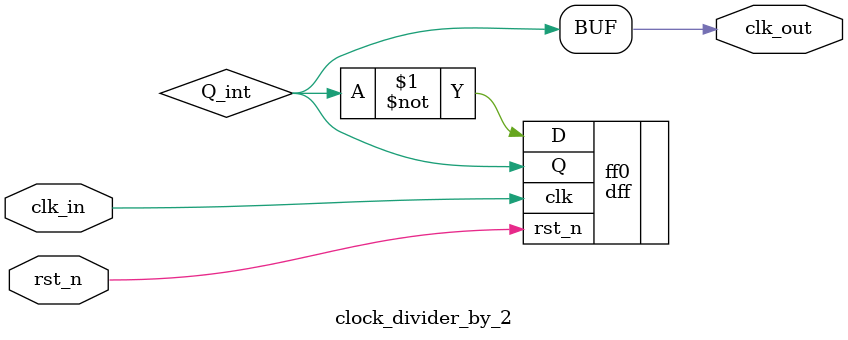
<source format=sv>




module clock_divider_by_2(
    input clk_in,
    input rst_n,
    output clk_out
  );

  wire Q_int;

  dff ff0(.clk(clk_in),  .rst_n(rst_n),.D(~Q_int),.Q(Q_int));

  assign clk_out = Q_int;

endmodule

</source>
